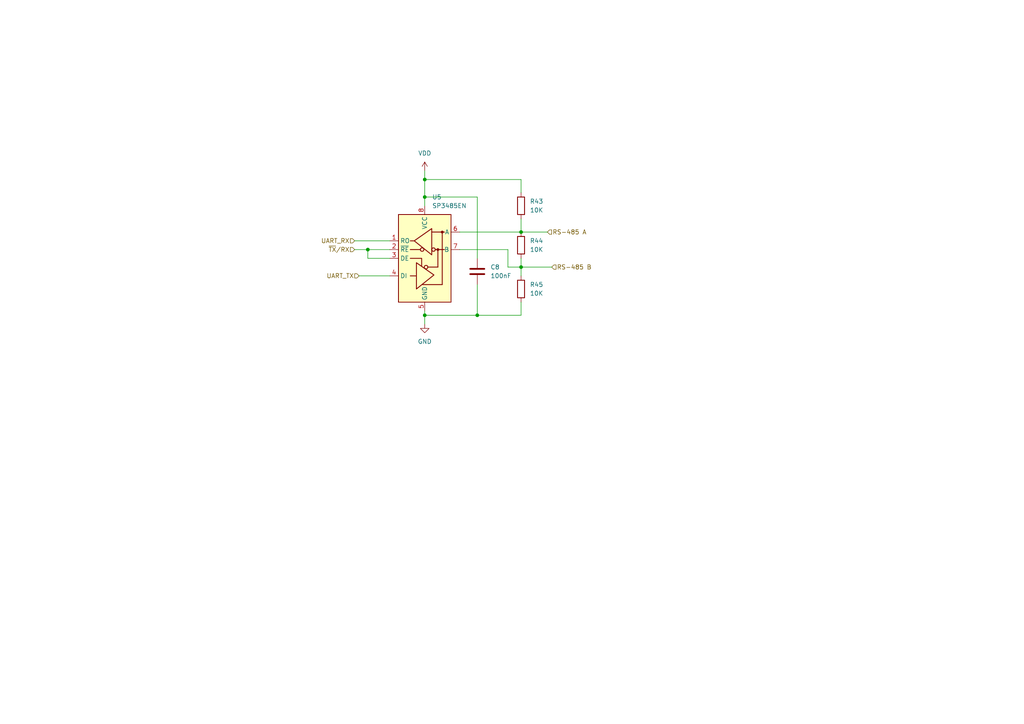
<source format=kicad_sch>
(kicad_sch
	(version 20250114)
	(generator "eeschema")
	(generator_version "9.0")
	(uuid "6ed69b33-84db-41be-ba8a-220e9c255c47")
	(paper "A4")
	(lib_symbols
		(symbol "Device:C"
			(pin_numbers
				(hide yes)
			)
			(pin_names
				(offset 0.254)
			)
			(exclude_from_sim no)
			(in_bom yes)
			(on_board yes)
			(property "Reference" "C"
				(at 0.635 2.54 0)
				(effects
					(font
						(size 1.27 1.27)
					)
					(justify left)
				)
			)
			(property "Value" "C"
				(at 0.635 -2.54 0)
				(effects
					(font
						(size 1.27 1.27)
					)
					(justify left)
				)
			)
			(property "Footprint" ""
				(at 0.9652 -3.81 0)
				(effects
					(font
						(size 1.27 1.27)
					)
					(hide yes)
				)
			)
			(property "Datasheet" "~"
				(at 0 0 0)
				(effects
					(font
						(size 1.27 1.27)
					)
					(hide yes)
				)
			)
			(property "Description" "Unpolarized capacitor"
				(at 0 0 0)
				(effects
					(font
						(size 1.27 1.27)
					)
					(hide yes)
				)
			)
			(property "ki_keywords" "cap capacitor"
				(at 0 0 0)
				(effects
					(font
						(size 1.27 1.27)
					)
					(hide yes)
				)
			)
			(property "ki_fp_filters" "C_*"
				(at 0 0 0)
				(effects
					(font
						(size 1.27 1.27)
					)
					(hide yes)
				)
			)
			(symbol "C_0_1"
				(polyline
					(pts
						(xy -2.032 0.762) (xy 2.032 0.762)
					)
					(stroke
						(width 0.508)
						(type default)
					)
					(fill
						(type none)
					)
				)
				(polyline
					(pts
						(xy -2.032 -0.762) (xy 2.032 -0.762)
					)
					(stroke
						(width 0.508)
						(type default)
					)
					(fill
						(type none)
					)
				)
			)
			(symbol "C_1_1"
				(pin passive line
					(at 0 3.81 270)
					(length 2.794)
					(name "~"
						(effects
							(font
								(size 1.27 1.27)
							)
						)
					)
					(number "1"
						(effects
							(font
								(size 1.27 1.27)
							)
						)
					)
				)
				(pin passive line
					(at 0 -3.81 90)
					(length 2.794)
					(name "~"
						(effects
							(font
								(size 1.27 1.27)
							)
						)
					)
					(number "2"
						(effects
							(font
								(size 1.27 1.27)
							)
						)
					)
				)
			)
			(embedded_fonts no)
		)
		(symbol "Device:R"
			(pin_numbers
				(hide yes)
			)
			(pin_names
				(offset 0)
			)
			(exclude_from_sim no)
			(in_bom yes)
			(on_board yes)
			(property "Reference" "R"
				(at 2.032 0 90)
				(effects
					(font
						(size 1.27 1.27)
					)
				)
			)
			(property "Value" "R"
				(at 0 0 90)
				(effects
					(font
						(size 1.27 1.27)
					)
				)
			)
			(property "Footprint" ""
				(at -1.778 0 90)
				(effects
					(font
						(size 1.27 1.27)
					)
					(hide yes)
				)
			)
			(property "Datasheet" "~"
				(at 0 0 0)
				(effects
					(font
						(size 1.27 1.27)
					)
					(hide yes)
				)
			)
			(property "Description" "Resistor"
				(at 0 0 0)
				(effects
					(font
						(size 1.27 1.27)
					)
					(hide yes)
				)
			)
			(property "ki_keywords" "R res resistor"
				(at 0 0 0)
				(effects
					(font
						(size 1.27 1.27)
					)
					(hide yes)
				)
			)
			(property "ki_fp_filters" "R_*"
				(at 0 0 0)
				(effects
					(font
						(size 1.27 1.27)
					)
					(hide yes)
				)
			)
			(symbol "R_0_1"
				(rectangle
					(start -1.016 -2.54)
					(end 1.016 2.54)
					(stroke
						(width 0.254)
						(type default)
					)
					(fill
						(type none)
					)
				)
			)
			(symbol "R_1_1"
				(pin passive line
					(at 0 3.81 270)
					(length 1.27)
					(name "~"
						(effects
							(font
								(size 1.27 1.27)
							)
						)
					)
					(number "1"
						(effects
							(font
								(size 1.27 1.27)
							)
						)
					)
				)
				(pin passive line
					(at 0 -3.81 90)
					(length 1.27)
					(name "~"
						(effects
							(font
								(size 1.27 1.27)
							)
						)
					)
					(number "2"
						(effects
							(font
								(size 1.27 1.27)
							)
						)
					)
				)
			)
			(embedded_fonts no)
		)
		(symbol "Interface_UART:SP3485EN"
			(exclude_from_sim no)
			(in_bom yes)
			(on_board yes)
			(property "Reference" "U"
				(at -7.62 13.97 0)
				(effects
					(font
						(size 1.27 1.27)
					)
					(justify left)
				)
			)
			(property "Value" "SP3485EN"
				(at 1.905 13.97 0)
				(effects
					(font
						(size 1.27 1.27)
					)
					(justify left)
				)
			)
			(property "Footprint" "Package_SO:SOIC-8_3.9x4.9mm_P1.27mm"
				(at 26.67 -8.89 0)
				(effects
					(font
						(size 1.27 1.27)
						(italic yes)
					)
					(hide yes)
				)
			)
			(property "Datasheet" "http://www.icbase.com/pdf/SPX/SPX00480106.pdf"
				(at 0 0 0)
				(effects
					(font
						(size 1.27 1.27)
					)
					(hide yes)
				)
			)
			(property "Description" "Industrial 3.3V Low Power Half-Duplex RS-485 Transceiver 10Mbps, SOIC-8"
				(at 0 0 0)
				(effects
					(font
						(size 1.27 1.27)
					)
					(hide yes)
				)
			)
			(property "ki_keywords" "Low Power Half-Duplex RS-485 Transceiver 10Mbps"
				(at 0 0 0)
				(effects
					(font
						(size 1.27 1.27)
					)
					(hide yes)
				)
			)
			(property "ki_fp_filters" "SOIC*3.9x4.9mm*P1.27mm*"
				(at 0 0 0)
				(effects
					(font
						(size 1.27 1.27)
					)
					(hide yes)
				)
			)
			(symbol "SP3485EN_0_1"
				(rectangle
					(start -7.62 12.7)
					(end 7.62 -12.7)
					(stroke
						(width 0.254)
						(type default)
					)
					(fill
						(type background)
					)
				)
				(polyline
					(pts
						(xy -4.191 2.54) (xy -1.27 2.54)
					)
					(stroke
						(width 0.254)
						(type default)
					)
					(fill
						(type none)
					)
				)
				(polyline
					(pts
						(xy -4.191 0) (xy -0.889 0) (xy -0.889 -2.286)
					)
					(stroke
						(width 0.254)
						(type default)
					)
					(fill
						(type none)
					)
				)
				(polyline
					(pts
						(xy -3.175 5.08) (xy -4.191 5.08) (xy -4.064 5.08)
					)
					(stroke
						(width 0.254)
						(type default)
					)
					(fill
						(type none)
					)
				)
				(polyline
					(pts
						(xy -2.54 -5.08) (xy -4.191 -5.08)
					)
					(stroke
						(width 0.254)
						(type default)
					)
					(fill
						(type none)
					)
				)
				(polyline
					(pts
						(xy -2.413 -5.08) (xy -2.413 -1.27) (xy 2.667 -4.826) (xy -2.413 -8.89) (xy -2.413 -5.08)
					)
					(stroke
						(width 0.254)
						(type default)
					)
					(fill
						(type none)
					)
				)
				(polyline
					(pts
						(xy -0.635 -7.62) (xy 5.08 -7.62)
					)
					(stroke
						(width 0.254)
						(type default)
					)
					(fill
						(type none)
					)
				)
				(circle
					(center 0.381 -2.54)
					(radius 0.508)
					(stroke
						(width 0.254)
						(type default)
					)
					(fill
						(type none)
					)
				)
				(polyline
					(pts
						(xy 0.889 -2.54) (xy 3.81 -2.54)
					)
					(stroke
						(width 0.254)
						(type default)
					)
					(fill
						(type none)
					)
				)
				(polyline
					(pts
						(xy 2.032 7.62) (xy 5.715 7.62)
					)
					(stroke
						(width 0.254)
						(type default)
					)
					(fill
						(type none)
					)
				)
				(polyline
					(pts
						(xy 3.048 2.54) (xy 5.715 2.54)
					)
					(stroke
						(width 0.254)
						(type default)
					)
					(fill
						(type none)
					)
				)
				(circle
					(center 3.81 2.54)
					(radius 0.2794)
					(stroke
						(width 0.254)
						(type default)
					)
					(fill
						(type outline)
					)
				)
				(polyline
					(pts
						(xy 3.81 -2.54) (xy 3.81 2.54)
					)
					(stroke
						(width 0.254)
						(type default)
					)
					(fill
						(type none)
					)
				)
				(polyline
					(pts
						(xy 5.08 -7.62) (xy 5.08 7.62)
					)
					(stroke
						(width 0.254)
						(type default)
					)
					(fill
						(type none)
					)
				)
			)
			(symbol "SP3485EN_1_1"
				(circle
					(center -0.762 2.54)
					(radius 0.508)
					(stroke
						(width 0.254)
						(type default)
					)
					(fill
						(type none)
					)
				)
				(polyline
					(pts
						(xy 2.032 4.826) (xy 2.032 8.636) (xy -3.048 5.08) (xy 2.032 1.016) (xy 2.032 4.826)
					)
					(stroke
						(width 0.254)
						(type default)
					)
					(fill
						(type none)
					)
				)
				(circle
					(center 2.54 2.54)
					(radius 0.508)
					(stroke
						(width 0.254)
						(type default)
					)
					(fill
						(type none)
					)
				)
				(circle
					(center 5.08 7.62)
					(radius 0.2794)
					(stroke
						(width 0.254)
						(type default)
					)
					(fill
						(type outline)
					)
				)
				(pin output line
					(at -10.16 5.08 0)
					(length 2.54)
					(name "RO"
						(effects
							(font
								(size 1.27 1.27)
							)
						)
					)
					(number "1"
						(effects
							(font
								(size 1.27 1.27)
							)
						)
					)
				)
				(pin input line
					(at -10.16 2.54 0)
					(length 2.54)
					(name "~{RE}"
						(effects
							(font
								(size 1.27 1.27)
							)
						)
					)
					(number "2"
						(effects
							(font
								(size 1.27 1.27)
							)
						)
					)
				)
				(pin input line
					(at -10.16 0 0)
					(length 2.54)
					(name "DE"
						(effects
							(font
								(size 1.27 1.27)
							)
						)
					)
					(number "3"
						(effects
							(font
								(size 1.27 1.27)
							)
						)
					)
				)
				(pin input line
					(at -10.16 -5.08 0)
					(length 2.54)
					(name "DI"
						(effects
							(font
								(size 1.27 1.27)
							)
						)
					)
					(number "4"
						(effects
							(font
								(size 1.27 1.27)
							)
						)
					)
				)
				(pin power_in line
					(at 0 15.24 270)
					(length 2.54)
					(name "VCC"
						(effects
							(font
								(size 1.27 1.27)
							)
						)
					)
					(number "8"
						(effects
							(font
								(size 1.27 1.27)
							)
						)
					)
				)
				(pin power_in line
					(at 0 -15.24 90)
					(length 2.54)
					(name "GND"
						(effects
							(font
								(size 1.27 1.27)
							)
						)
					)
					(number "5"
						(effects
							(font
								(size 1.27 1.27)
							)
						)
					)
				)
				(pin bidirectional line
					(at 10.16 7.62 180)
					(length 2.54)
					(name "A"
						(effects
							(font
								(size 1.27 1.27)
							)
						)
					)
					(number "6"
						(effects
							(font
								(size 1.27 1.27)
							)
						)
					)
				)
				(pin bidirectional line
					(at 10.16 2.54 180)
					(length 2.54)
					(name "B"
						(effects
							(font
								(size 1.27 1.27)
							)
						)
					)
					(number "7"
						(effects
							(font
								(size 1.27 1.27)
							)
						)
					)
				)
			)
			(embedded_fonts no)
		)
		(symbol "power:GND"
			(power)
			(pin_numbers
				(hide yes)
			)
			(pin_names
				(offset 0)
				(hide yes)
			)
			(exclude_from_sim no)
			(in_bom yes)
			(on_board yes)
			(property "Reference" "#PWR"
				(at 0 -6.35 0)
				(effects
					(font
						(size 1.27 1.27)
					)
					(hide yes)
				)
			)
			(property "Value" "GND"
				(at 0 -3.81 0)
				(effects
					(font
						(size 1.27 1.27)
					)
				)
			)
			(property "Footprint" ""
				(at 0 0 0)
				(effects
					(font
						(size 1.27 1.27)
					)
					(hide yes)
				)
			)
			(property "Datasheet" ""
				(at 0 0 0)
				(effects
					(font
						(size 1.27 1.27)
					)
					(hide yes)
				)
			)
			(property "Description" "Power symbol creates a global label with name \"GND\" , ground"
				(at 0 0 0)
				(effects
					(font
						(size 1.27 1.27)
					)
					(hide yes)
				)
			)
			(property "ki_keywords" "global power"
				(at 0 0 0)
				(effects
					(font
						(size 1.27 1.27)
					)
					(hide yes)
				)
			)
			(symbol "GND_0_1"
				(polyline
					(pts
						(xy 0 0) (xy 0 -1.27) (xy 1.27 -1.27) (xy 0 -2.54) (xy -1.27 -1.27) (xy 0 -1.27)
					)
					(stroke
						(width 0)
						(type default)
					)
					(fill
						(type none)
					)
				)
			)
			(symbol "GND_1_1"
				(pin power_in line
					(at 0 0 270)
					(length 0)
					(name "~"
						(effects
							(font
								(size 1.27 1.27)
							)
						)
					)
					(number "1"
						(effects
							(font
								(size 1.27 1.27)
							)
						)
					)
				)
			)
			(embedded_fonts no)
		)
		(symbol "power:VDD"
			(power)
			(pin_numbers
				(hide yes)
			)
			(pin_names
				(offset 0)
				(hide yes)
			)
			(exclude_from_sim no)
			(in_bom yes)
			(on_board yes)
			(property "Reference" "#PWR"
				(at 0 -3.81 0)
				(effects
					(font
						(size 1.27 1.27)
					)
					(hide yes)
				)
			)
			(property "Value" "VDD"
				(at 0 3.556 0)
				(effects
					(font
						(size 1.27 1.27)
					)
				)
			)
			(property "Footprint" ""
				(at 0 0 0)
				(effects
					(font
						(size 1.27 1.27)
					)
					(hide yes)
				)
			)
			(property "Datasheet" ""
				(at 0 0 0)
				(effects
					(font
						(size 1.27 1.27)
					)
					(hide yes)
				)
			)
			(property "Description" "Power symbol creates a global label with name \"VDD\""
				(at 0 0 0)
				(effects
					(font
						(size 1.27 1.27)
					)
					(hide yes)
				)
			)
			(property "ki_keywords" "global power"
				(at 0 0 0)
				(effects
					(font
						(size 1.27 1.27)
					)
					(hide yes)
				)
			)
			(symbol "VDD_0_1"
				(polyline
					(pts
						(xy -0.762 1.27) (xy 0 2.54)
					)
					(stroke
						(width 0)
						(type default)
					)
					(fill
						(type none)
					)
				)
				(polyline
					(pts
						(xy 0 2.54) (xy 0.762 1.27)
					)
					(stroke
						(width 0)
						(type default)
					)
					(fill
						(type none)
					)
				)
				(polyline
					(pts
						(xy 0 0) (xy 0 2.54)
					)
					(stroke
						(width 0)
						(type default)
					)
					(fill
						(type none)
					)
				)
			)
			(symbol "VDD_1_1"
				(pin power_in line
					(at 0 0 90)
					(length 0)
					(name "~"
						(effects
							(font
								(size 1.27 1.27)
							)
						)
					)
					(number "1"
						(effects
							(font
								(size 1.27 1.27)
							)
						)
					)
				)
			)
			(embedded_fonts no)
		)
	)
	(junction
		(at 123.19 52.07)
		(diameter 0)
		(color 0 0 0 0)
		(uuid "028b63e3-78db-4988-bd3e-0c1ebb6444ba")
	)
	(junction
		(at 151.13 77.47)
		(diameter 0)
		(color 0 0 0 0)
		(uuid "0b4839f6-32ab-4229-88cf-4e1b85cd652c")
	)
	(junction
		(at 151.13 67.31)
		(diameter 0)
		(color 0 0 0 0)
		(uuid "29efd063-cb39-4eab-af23-46a43dde0c6a")
	)
	(junction
		(at 123.19 57.15)
		(diameter 0)
		(color 0 0 0 0)
		(uuid "6c88863c-b94d-4931-a6ed-3c6b13c23027")
	)
	(junction
		(at 138.43 91.44)
		(diameter 0)
		(color 0 0 0 0)
		(uuid "942c70c8-771b-40dd-bd1d-93e586070f10")
	)
	(junction
		(at 106.68 72.39)
		(diameter 0)
		(color 0 0 0 0)
		(uuid "bceb1bf2-6a44-4303-9abf-02411d608027")
	)
	(junction
		(at 123.19 91.44)
		(diameter 0)
		(color 0 0 0 0)
		(uuid "bfaa9fe5-1a1a-4f0f-b2e6-a7705f1fba1c")
	)
	(wire
		(pts
			(xy 138.43 82.55) (xy 138.43 91.44)
		)
		(stroke
			(width 0)
			(type default)
		)
		(uuid "026eda3a-bf80-4fba-837a-a6bf67cc77c4")
	)
	(wire
		(pts
			(xy 123.19 90.17) (xy 123.19 91.44)
		)
		(stroke
			(width 0)
			(type default)
		)
		(uuid "0435fff1-a51c-4f02-8081-2739b8e0e1a0")
	)
	(wire
		(pts
			(xy 123.19 49.53) (xy 123.19 52.07)
		)
		(stroke
			(width 0)
			(type default)
		)
		(uuid "1d25ee8f-ef3d-499a-b291-452a938c1fac")
	)
	(wire
		(pts
			(xy 133.35 67.31) (xy 151.13 67.31)
		)
		(stroke
			(width 0)
			(type default)
		)
		(uuid "20031d8c-ceca-4639-b409-46cb57a72608")
	)
	(wire
		(pts
			(xy 147.32 72.39) (xy 147.32 77.47)
		)
		(stroke
			(width 0)
			(type default)
		)
		(uuid "20906583-968e-4a78-8f09-be0faaff13b6")
	)
	(wire
		(pts
			(xy 106.68 72.39) (xy 113.03 72.39)
		)
		(stroke
			(width 0)
			(type default)
		)
		(uuid "2581bca2-10c5-4d37-8e0d-7247bc1b838c")
	)
	(wire
		(pts
			(xy 133.35 72.39) (xy 147.32 72.39)
		)
		(stroke
			(width 0)
			(type default)
		)
		(uuid "29145322-83cf-475f-a603-d98fa08511e2")
	)
	(wire
		(pts
			(xy 138.43 91.44) (xy 123.19 91.44)
		)
		(stroke
			(width 0)
			(type default)
		)
		(uuid "408de9b8-b58a-4d6a-8c5b-0cbc33027a16")
	)
	(wire
		(pts
			(xy 113.03 74.93) (xy 106.68 74.93)
		)
		(stroke
			(width 0)
			(type default)
		)
		(uuid "409ad8c4-1560-43c4-9ddf-e2a76e8f4ea4")
	)
	(wire
		(pts
			(xy 104.14 80.01) (xy 113.03 80.01)
		)
		(stroke
			(width 0)
			(type default)
		)
		(uuid "4ed8efdb-683b-45c3-aff2-8ba2aadba6df")
	)
	(wire
		(pts
			(xy 123.19 52.07) (xy 123.19 57.15)
		)
		(stroke
			(width 0)
			(type default)
		)
		(uuid "5b36cf33-edd9-4080-a8f2-cedcace07ba0")
	)
	(wire
		(pts
			(xy 151.13 91.44) (xy 138.43 91.44)
		)
		(stroke
			(width 0)
			(type default)
		)
		(uuid "783acf9a-f0ed-4980-9359-c92e477b0eb5")
	)
	(wire
		(pts
			(xy 102.87 72.39) (xy 106.68 72.39)
		)
		(stroke
			(width 0)
			(type default)
		)
		(uuid "79e64dd3-f7e6-4ae8-a3fc-c7d17c8d8257")
	)
	(wire
		(pts
			(xy 151.13 55.88) (xy 151.13 52.07)
		)
		(stroke
			(width 0)
			(type default)
		)
		(uuid "8ff156e3-9de0-48ca-9991-d83477adf0d5")
	)
	(wire
		(pts
			(xy 151.13 52.07) (xy 123.19 52.07)
		)
		(stroke
			(width 0)
			(type default)
		)
		(uuid "929392e7-2c2a-4c1e-a8c4-afc28159ceb6")
	)
	(wire
		(pts
			(xy 102.87 69.85) (xy 113.03 69.85)
		)
		(stroke
			(width 0)
			(type default)
		)
		(uuid "93c439a9-6189-4774-936c-cffeee8732ee")
	)
	(wire
		(pts
			(xy 151.13 74.93) (xy 151.13 77.47)
		)
		(stroke
			(width 0)
			(type default)
		)
		(uuid "940f462a-5757-4e6f-8016-9e3f3f19b0c5")
	)
	(wire
		(pts
			(xy 106.68 74.93) (xy 106.68 72.39)
		)
		(stroke
			(width 0)
			(type default)
		)
		(uuid "9e0e8872-9281-412b-b64e-0d24703b96b9")
	)
	(wire
		(pts
			(xy 138.43 74.93) (xy 138.43 57.15)
		)
		(stroke
			(width 0)
			(type default)
		)
		(uuid "b140da39-d17b-4eae-85ab-687b5a6b5e0b")
	)
	(wire
		(pts
			(xy 123.19 91.44) (xy 123.19 93.98)
		)
		(stroke
			(width 0)
			(type default)
		)
		(uuid "be018797-a5e9-48fa-9091-732c105e0025")
	)
	(wire
		(pts
			(xy 147.32 77.47) (xy 151.13 77.47)
		)
		(stroke
			(width 0)
			(type default)
		)
		(uuid "c117a516-161e-4209-aca5-10232845120e")
	)
	(wire
		(pts
			(xy 151.13 77.47) (xy 160.02 77.47)
		)
		(stroke
			(width 0)
			(type default)
		)
		(uuid "c1d61ec2-354e-455a-b517-2ce5bfcbbbb7")
	)
	(wire
		(pts
			(xy 151.13 63.5) (xy 151.13 67.31)
		)
		(stroke
			(width 0)
			(type default)
		)
		(uuid "dd8ad8ed-2e97-4996-af34-fd38f6047335")
	)
	(wire
		(pts
			(xy 123.19 57.15) (xy 123.19 59.69)
		)
		(stroke
			(width 0)
			(type default)
		)
		(uuid "de73b6b0-06e5-4723-94e9-2917a1c93a9b")
	)
	(wire
		(pts
			(xy 151.13 77.47) (xy 151.13 80.01)
		)
		(stroke
			(width 0)
			(type default)
		)
		(uuid "e1fb0b62-1cde-47b4-a1c3-84c750bab272")
	)
	(wire
		(pts
			(xy 123.19 57.15) (xy 138.43 57.15)
		)
		(stroke
			(width 0)
			(type default)
		)
		(uuid "ea209a6e-7a7d-47c2-87e4-93384d3078c8")
	)
	(wire
		(pts
			(xy 151.13 67.31) (xy 158.75 67.31)
		)
		(stroke
			(width 0)
			(type default)
		)
		(uuid "eac2f622-d6d5-410d-87f5-fc79160ac88e")
	)
	(wire
		(pts
			(xy 151.13 87.63) (xy 151.13 91.44)
		)
		(stroke
			(width 0)
			(type default)
		)
		(uuid "fcaa2426-e635-455d-a8e4-bead51625918")
	)
	(hierarchical_label "~{TX}{slash}RX"
		(shape input)
		(at 102.87 72.39 180)
		(effects
			(font
				(size 1.27 1.27)
			)
			(justify right)
		)
		(uuid "1d29602d-c77c-406e-9b2b-00d565a85fd4")
	)
	(hierarchical_label "RS-485 B"
		(shape input)
		(at 160.02 77.47 0)
		(effects
			(font
				(size 1.27 1.27)
			)
			(justify left)
		)
		(uuid "34123a16-3c06-4533-80c1-b54ab2077bed")
	)
	(hierarchical_label "UART_RX"
		(shape input)
		(at 102.87 69.85 180)
		(effects
			(font
				(size 1.27 1.27)
			)
			(justify right)
		)
		(uuid "7167c07b-ec88-4221-82e7-cae215f24dc4")
	)
	(hierarchical_label "RS-485 A"
		(shape input)
		(at 158.75 67.31 0)
		(effects
			(font
				(size 1.27 1.27)
			)
			(justify left)
		)
		(uuid "84813656-4665-404f-8b11-259660571f42")
	)
	(hierarchical_label "UART_TX"
		(shape input)
		(at 104.14 80.01 180)
		(effects
			(font
				(size 1.27 1.27)
			)
			(justify right)
		)
		(uuid "a6c3fd8e-dbba-4016-b04a-e3185861e484")
	)
	(symbol
		(lib_id "power:GND")
		(at 123.19 93.98 0)
		(unit 1)
		(exclude_from_sim no)
		(in_bom yes)
		(on_board yes)
		(dnp no)
		(fields_autoplaced yes)
		(uuid "009a3eff-2c70-4837-8cc0-bca30b91250b")
		(property "Reference" "#PWR057"
			(at 123.19 100.33 0)
			(effects
				(font
					(size 1.27 1.27)
				)
				(hide yes)
			)
		)
		(property "Value" "GND"
			(at 123.19 99.06 0)
			(effects
				(font
					(size 1.27 1.27)
				)
			)
		)
		(property "Footprint" ""
			(at 123.19 93.98 0)
			(effects
				(font
					(size 1.27 1.27)
				)
				(hide yes)
			)
		)
		(property "Datasheet" ""
			(at 123.19 93.98 0)
			(effects
				(font
					(size 1.27 1.27)
				)
				(hide yes)
			)
		)
		(property "Description" "Power symbol creates a global label with name \"GND\" , ground"
			(at 123.19 93.98 0)
			(effects
				(font
					(size 1.27 1.27)
				)
				(hide yes)
			)
		)
		(pin "1"
			(uuid "3d00b46d-c5ac-43ce-a141-8ef26041009e")
		)
		(instances
			(project "Diseños de circuitos"
				(path "/65c875c0-73bd-43df-b6cd-4a685398cace/3b453a73-5bb7-4645-a7e8-6e186968fa05/d7c138f5-2714-4755-97f8-6c3994f45581"
					(reference "#PWR057")
					(unit 1)
				)
			)
		)
	)
	(symbol
		(lib_id "Device:R")
		(at 151.13 83.82 0)
		(unit 1)
		(exclude_from_sim no)
		(in_bom yes)
		(on_board yes)
		(dnp no)
		(fields_autoplaced yes)
		(uuid "230e835e-1d7e-4a51-bcf1-7832a43f9c53")
		(property "Reference" "R45"
			(at 153.67 82.5499 0)
			(effects
				(font
					(size 1.27 1.27)
				)
				(justify left)
			)
		)
		(property "Value" "10K"
			(at 153.67 85.0899 0)
			(effects
				(font
					(size 1.27 1.27)
				)
				(justify left)
			)
		)
		(property "Footprint" "PCM_Resistor_SMD_AKL:R_0603_1608Metric"
			(at 149.352 83.82 90)
			(effects
				(font
					(size 1.27 1.27)
				)
				(hide yes)
			)
		)
		(property "Datasheet" "~"
			(at 151.13 83.82 0)
			(effects
				(font
					(size 1.27 1.27)
				)
				(hide yes)
			)
		)
		(property "Description" "Resistor"
			(at 151.13 83.82 0)
			(effects
				(font
					(size 1.27 1.27)
				)
				(hide yes)
			)
		)
		(pin "2"
			(uuid "e536a565-e777-4fa3-849c-ed0ffcb33f7e")
		)
		(pin "1"
			(uuid "86f6ff6d-dc4e-45cb-a200-c8dc4057fb68")
		)
		(instances
			(project "Diseños de circuitos"
				(path "/65c875c0-73bd-43df-b6cd-4a685398cace/3b453a73-5bb7-4645-a7e8-6e186968fa05/d7c138f5-2714-4755-97f8-6c3994f45581"
					(reference "R45")
					(unit 1)
				)
			)
		)
	)
	(symbol
		(lib_id "Device:R")
		(at 151.13 59.69 0)
		(unit 1)
		(exclude_from_sim no)
		(in_bom yes)
		(on_board yes)
		(dnp no)
		(fields_autoplaced yes)
		(uuid "74ce6a91-65d4-4881-a368-0ec303c17612")
		(property "Reference" "R43"
			(at 153.67 58.4199 0)
			(effects
				(font
					(size 1.27 1.27)
				)
				(justify left)
			)
		)
		(property "Value" "10K"
			(at 153.67 60.9599 0)
			(effects
				(font
					(size 1.27 1.27)
				)
				(justify left)
			)
		)
		(property "Footprint" "PCM_Resistor_SMD_AKL:R_0603_1608Metric"
			(at 149.352 59.69 90)
			(effects
				(font
					(size 1.27 1.27)
				)
				(hide yes)
			)
		)
		(property "Datasheet" "~"
			(at 151.13 59.69 0)
			(effects
				(font
					(size 1.27 1.27)
				)
				(hide yes)
			)
		)
		(property "Description" "Resistor"
			(at 151.13 59.69 0)
			(effects
				(font
					(size 1.27 1.27)
				)
				(hide yes)
			)
		)
		(pin "2"
			(uuid "911bd2b7-eadc-4f92-ad78-ee04fdbb7ed9")
		)
		(pin "1"
			(uuid "0fe6dec0-7033-4d8c-b300-1f7d22bd10b9")
		)
		(instances
			(project "Diseños de circuitos"
				(path "/65c875c0-73bd-43df-b6cd-4a685398cace/3b453a73-5bb7-4645-a7e8-6e186968fa05/d7c138f5-2714-4755-97f8-6c3994f45581"
					(reference "R43")
					(unit 1)
				)
			)
		)
	)
	(symbol
		(lib_id "Device:C")
		(at 138.43 78.74 0)
		(unit 1)
		(exclude_from_sim no)
		(in_bom yes)
		(on_board yes)
		(dnp no)
		(fields_autoplaced yes)
		(uuid "9f8404cc-9344-4683-8493-36a9e94ca773")
		(property "Reference" "C8"
			(at 142.24 77.4699 0)
			(effects
				(font
					(size 1.27 1.27)
				)
				(justify left)
			)
		)
		(property "Value" "100nF"
			(at 142.24 80.0099 0)
			(effects
				(font
					(size 1.27 1.27)
				)
				(justify left)
			)
		)
		(property "Footprint" "Capacitor_SMD:C_0201_0603Metric"
			(at 139.3952 82.55 0)
			(effects
				(font
					(size 1.27 1.27)
				)
				(hide yes)
			)
		)
		(property "Datasheet" "~"
			(at 138.43 78.74 0)
			(effects
				(font
					(size 1.27 1.27)
				)
				(hide yes)
			)
		)
		(property "Description" "Unpolarized capacitor"
			(at 138.43 78.74 0)
			(effects
				(font
					(size 1.27 1.27)
				)
				(hide yes)
			)
		)
		(pin "2"
			(uuid "605cdd21-bf66-4163-9b6d-338ee2f1c746")
		)
		(pin "1"
			(uuid "bde65d4b-55d4-47c6-9b46-eeaac52c2425")
		)
		(instances
			(project "Diseños de circuitos"
				(path "/65c875c0-73bd-43df-b6cd-4a685398cace/3b453a73-5bb7-4645-a7e8-6e186968fa05/d7c138f5-2714-4755-97f8-6c3994f45581"
					(reference "C8")
					(unit 1)
				)
			)
		)
	)
	(symbol
		(lib_id "power:VDD")
		(at 123.19 49.53 0)
		(unit 1)
		(exclude_from_sim no)
		(in_bom yes)
		(on_board yes)
		(dnp no)
		(fields_autoplaced yes)
		(uuid "ab747c5a-9ac9-4047-bb37-42ffe335dfbb")
		(property "Reference" "#PWR051"
			(at 123.19 53.34 0)
			(effects
				(font
					(size 1.27 1.27)
				)
				(hide yes)
			)
		)
		(property "Value" "VDD"
			(at 123.19 44.45 0)
			(effects
				(font
					(size 1.27 1.27)
				)
			)
		)
		(property "Footprint" ""
			(at 123.19 49.53 0)
			(effects
				(font
					(size 1.27 1.27)
				)
				(hide yes)
			)
		)
		(property "Datasheet" ""
			(at 123.19 49.53 0)
			(effects
				(font
					(size 1.27 1.27)
				)
				(hide yes)
			)
		)
		(property "Description" "Power symbol creates a global label with name \"VDD\""
			(at 123.19 49.53 0)
			(effects
				(font
					(size 1.27 1.27)
				)
				(hide yes)
			)
		)
		(pin "1"
			(uuid "0e7ae3c9-84bd-482f-a8f5-169b20f3a0c0")
		)
		(instances
			(project "Diseños de circuitos"
				(path "/65c875c0-73bd-43df-b6cd-4a685398cace/3b453a73-5bb7-4645-a7e8-6e186968fa05/d7c138f5-2714-4755-97f8-6c3994f45581"
					(reference "#PWR051")
					(unit 1)
				)
			)
		)
	)
	(symbol
		(lib_id "Device:R")
		(at 151.13 71.12 0)
		(unit 1)
		(exclude_from_sim no)
		(in_bom yes)
		(on_board yes)
		(dnp no)
		(fields_autoplaced yes)
		(uuid "ccc4c270-1402-4b1d-ac52-a0299ea5b36e")
		(property "Reference" "R44"
			(at 153.67 69.8499 0)
			(effects
				(font
					(size 1.27 1.27)
				)
				(justify left)
			)
		)
		(property "Value" "10K"
			(at 153.67 72.3899 0)
			(effects
				(font
					(size 1.27 1.27)
				)
				(justify left)
			)
		)
		(property "Footprint" "PCM_Resistor_SMD_AKL:R_0603_1608Metric"
			(at 149.352 71.12 90)
			(effects
				(font
					(size 1.27 1.27)
				)
				(hide yes)
			)
		)
		(property "Datasheet" "~"
			(at 151.13 71.12 0)
			(effects
				(font
					(size 1.27 1.27)
				)
				(hide yes)
			)
		)
		(property "Description" "Resistor"
			(at 151.13 71.12 0)
			(effects
				(font
					(size 1.27 1.27)
				)
				(hide yes)
			)
		)
		(pin "2"
			(uuid "9e45bc82-568e-476e-8ef9-fa5196251e3d")
		)
		(pin "1"
			(uuid "5ca67911-3630-49fd-915d-2ef87d65ebe7")
		)
		(instances
			(project "Diseños de circuitos"
				(path "/65c875c0-73bd-43df-b6cd-4a685398cace/3b453a73-5bb7-4645-a7e8-6e186968fa05/d7c138f5-2714-4755-97f8-6c3994f45581"
					(reference "R44")
					(unit 1)
				)
			)
		)
	)
	(symbol
		(lib_id "Interface_UART:SP3485EN")
		(at 123.19 74.93 0)
		(unit 1)
		(exclude_from_sim no)
		(in_bom yes)
		(on_board yes)
		(dnp no)
		(fields_autoplaced yes)
		(uuid "f158250e-3051-4b3c-92df-9d4bc9b2dde4")
		(property "Reference" "U5"
			(at 125.3333 57.15 0)
			(effects
				(font
					(size 1.27 1.27)
				)
				(justify left)
			)
		)
		(property "Value" "SP3485EN"
			(at 125.3333 59.69 0)
			(effects
				(font
					(size 1.27 1.27)
				)
				(justify left)
			)
		)
		(property "Footprint" "Package_SO:SOIC-8_3.9x4.9mm_P1.27mm"
			(at 149.86 83.82 0)
			(effects
				(font
					(size 1.27 1.27)
					(italic yes)
				)
				(hide yes)
			)
		)
		(property "Datasheet" "http://www.icbase.com/pdf/SPX/SPX00480106.pdf"
			(at 123.19 74.93 0)
			(effects
				(font
					(size 1.27 1.27)
				)
				(hide yes)
			)
		)
		(property "Description" "Industrial 3.3V Low Power Half-Duplex RS-485 Transceiver 10Mbps, SOIC-8"
			(at 123.19 74.93 0)
			(effects
				(font
					(size 1.27 1.27)
				)
				(hide yes)
			)
		)
		(pin "3"
			(uuid "6035a21a-4b9f-49f9-a62e-85ea1d4d5f03")
		)
		(pin "4"
			(uuid "8ec03d0b-cb40-4630-bcc1-21d05cd7b978")
		)
		(pin "7"
			(uuid "4b4c363c-09f7-40a2-a43d-77a7f0f6f46c")
		)
		(pin "2"
			(uuid "95d3d2ee-e0e1-4b06-94c8-14f08e5d1c25")
		)
		(pin "5"
			(uuid "3954ce94-af6f-4f08-a97e-0ddda95ca59b")
		)
		(pin "8"
			(uuid "9b28b274-9c62-4ec3-989e-ac7cafc02ed1")
		)
		(pin "6"
			(uuid "1bdbc402-723e-43f4-a241-3454a8cab4c4")
		)
		(pin "1"
			(uuid "e1864084-4085-4788-8f6e-676140cb1072")
		)
		(instances
			(project "Diseños de circuitos"
				(path "/65c875c0-73bd-43df-b6cd-4a685398cace/3b453a73-5bb7-4645-a7e8-6e186968fa05/d7c138f5-2714-4755-97f8-6c3994f45581"
					(reference "U5")
					(unit 1)
				)
			)
		)
	)
)

</source>
